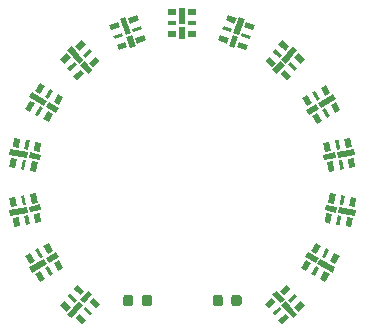
<source format=gbr>
%TF.GenerationSoftware,KiCad,Pcbnew,(5.1.6)-1*%
%TF.CreationDate,2021-02-02T19:23:23-08:00*%
%TF.ProjectId,DH_LEDRing,44485f4c-4544-4526-996e-672e6b696361,rev?*%
%TF.SameCoordinates,Original*%
%TF.FileFunction,Paste,Top*%
%TF.FilePolarity,Positive*%
%FSLAX46Y46*%
G04 Gerber Fmt 4.6, Leading zero omitted, Abs format (unit mm)*
G04 Created by KiCad (PCBNEW (5.1.6)-1) date 2021-02-02 19:23:23*
%MOMM*%
%LPD*%
G01*
G04 APERTURE LIST*
%ADD10C,0.100000*%
%ADD11R,0.800000X0.500000*%
%ADD12R,0.800000X0.300000*%
%ADD13R,0.500000X1.000000*%
%ADD14R,0.500000X1.480000*%
G04 APERTURE END LIST*
D10*
%TO.C,D5*%
G36*
X121496574Y-56492468D02*
G01*
X121929586Y-56742468D01*
X121529586Y-57435288D01*
X121096574Y-57185288D01*
X121496574Y-56492468D01*
G37*
G36*
X120803753Y-56092468D02*
G01*
X121063561Y-56242468D01*
X120663561Y-56935288D01*
X120403753Y-56785288D01*
X120803753Y-56092468D01*
G37*
G36*
X119937728Y-55592468D02*
G01*
X120370740Y-55842468D01*
X119970740Y-56535288D01*
X119537728Y-56285288D01*
X119937728Y-55592468D01*
G37*
G36*
X119953753Y-57564712D02*
G01*
X120213561Y-57714712D01*
X119813561Y-58407532D01*
X119553753Y-58257532D01*
X119953753Y-57564712D01*
G37*
G36*
X119087728Y-57064712D02*
G01*
X119520740Y-57314712D01*
X119120740Y-58007532D01*
X118687728Y-57757532D01*
X119087728Y-57064712D01*
G37*
G36*
X120646574Y-57964712D02*
G01*
X121079586Y-58214712D01*
X120679586Y-58907532D01*
X120246574Y-58657532D01*
X120646574Y-57964712D01*
G37*
G36*
X120469445Y-57631506D02*
G01*
X120719445Y-57198494D01*
X121585471Y-57698494D01*
X121335471Y-58131506D01*
X120469445Y-57631506D01*
G37*
G36*
X119031843Y-56801506D02*
G01*
X119281843Y-56368494D01*
X120563561Y-57108494D01*
X120313561Y-57541506D01*
X119031843Y-56801506D01*
G37*
%TD*%
%TO.C,D2*%
G36*
X120246574Y-69342468D02*
G01*
X120679586Y-69092468D01*
X121079586Y-69785288D01*
X120646574Y-70035288D01*
X120246574Y-69342468D01*
G37*
G36*
X119553753Y-69742468D02*
G01*
X119813561Y-69592468D01*
X120213561Y-70285288D01*
X119953753Y-70435288D01*
X119553753Y-69742468D01*
G37*
G36*
X118687728Y-70242468D02*
G01*
X119120740Y-69992468D01*
X119520740Y-70685288D01*
X119087728Y-70935288D01*
X118687728Y-70242468D01*
G37*
G36*
X120403753Y-71214712D02*
G01*
X120663561Y-71064712D01*
X121063561Y-71757532D01*
X120803753Y-71907532D01*
X120403753Y-71214712D01*
G37*
G36*
X119537728Y-71714712D02*
G01*
X119970740Y-71464712D01*
X120370740Y-72157532D01*
X119937728Y-72407532D01*
X119537728Y-71714712D01*
G37*
G36*
X121096574Y-70814712D02*
G01*
X121529586Y-70564712D01*
X121929586Y-71257532D01*
X121496574Y-71507532D01*
X121096574Y-70814712D01*
G37*
G36*
X120719445Y-70801506D02*
G01*
X120469445Y-70368494D01*
X121335471Y-69868494D01*
X121585471Y-70301506D01*
X120719445Y-70801506D01*
G37*
G36*
X119281843Y-71631506D02*
G01*
X119031843Y-71198494D01*
X120313561Y-70458494D01*
X120563561Y-70891506D01*
X119281843Y-71631506D01*
G37*
%TD*%
%TO.C,D15*%
G36*
X139302265Y-74647155D02*
G01*
X138980871Y-74264133D01*
X139593707Y-73749903D01*
X139915101Y-74132925D01*
X139302265Y-74647155D01*
G37*
G36*
X139816495Y-75259991D02*
G01*
X139623659Y-75030177D01*
X140236495Y-74515947D01*
X140429331Y-74745761D01*
X139816495Y-75259991D01*
G37*
G36*
X140459283Y-76026035D02*
G01*
X140137889Y-75643013D01*
X140750725Y-75128783D01*
X141072119Y-75511805D01*
X140459283Y-76026035D01*
G37*
G36*
X141118771Y-74167253D02*
G01*
X140925935Y-73937439D01*
X141538771Y-73423209D01*
X141731607Y-73653023D01*
X141118771Y-74167253D01*
G37*
G36*
X141761559Y-74933297D02*
G01*
X141440165Y-74550275D01*
X142053001Y-74036045D01*
X142374395Y-74419067D01*
X141761559Y-74933297D01*
G37*
G36*
X140604541Y-73554417D02*
G01*
X140283147Y-73171395D01*
X140895983Y-72657165D01*
X141217377Y-73040187D01*
X140604541Y-73554417D01*
G37*
G36*
X140657024Y-73928108D02*
G01*
X140274002Y-74249502D01*
X139631214Y-73483458D01*
X140014236Y-73162064D01*
X140657024Y-73928108D01*
G37*
G36*
X141724052Y-75199742D02*
G01*
X141341030Y-75521136D01*
X140389704Y-74387390D01*
X140772726Y-74065996D01*
X141724052Y-75199742D01*
G37*
%TD*%
%TO.C,D14*%
G36*
X142503426Y-71507532D02*
G01*
X142070414Y-71257532D01*
X142470414Y-70564712D01*
X142903426Y-70814712D01*
X142503426Y-71507532D01*
G37*
G36*
X143196247Y-71907532D02*
G01*
X142936439Y-71757532D01*
X143336439Y-71064712D01*
X143596247Y-71214712D01*
X143196247Y-71907532D01*
G37*
G36*
X144062272Y-72407532D02*
G01*
X143629260Y-72157532D01*
X144029260Y-71464712D01*
X144462272Y-71714712D01*
X144062272Y-72407532D01*
G37*
G36*
X144046247Y-70435288D02*
G01*
X143786439Y-70285288D01*
X144186439Y-69592468D01*
X144446247Y-69742468D01*
X144046247Y-70435288D01*
G37*
G36*
X144912272Y-70935288D02*
G01*
X144479260Y-70685288D01*
X144879260Y-69992468D01*
X145312272Y-70242468D01*
X144912272Y-70935288D01*
G37*
G36*
X143353426Y-70035288D02*
G01*
X142920414Y-69785288D01*
X143320414Y-69092468D01*
X143753426Y-69342468D01*
X143353426Y-70035288D01*
G37*
G36*
X143530555Y-70368494D02*
G01*
X143280555Y-70801506D01*
X142414529Y-70301506D01*
X142664529Y-69868494D01*
X143530555Y-70368494D01*
G37*
G36*
X144968157Y-71198494D02*
G01*
X144718157Y-71631506D01*
X143436439Y-70891506D01*
X143686439Y-70458494D01*
X144968157Y-71198494D01*
G37*
%TD*%
%TO.C,D13*%
G36*
X144536200Y-67479753D02*
G01*
X144043796Y-67392929D01*
X144182714Y-66605083D01*
X144675118Y-66691907D01*
X144536200Y-67479753D01*
G37*
G36*
X145324046Y-67618672D02*
G01*
X145028604Y-67566578D01*
X145167522Y-66778732D01*
X145462964Y-66830826D01*
X145324046Y-67618672D01*
G37*
G36*
X146308854Y-67792320D02*
G01*
X145816450Y-67705496D01*
X145955368Y-66917650D01*
X146447772Y-67004474D01*
X146308854Y-67792320D01*
G37*
G36*
X145619248Y-65944498D02*
G01*
X145323806Y-65892404D01*
X145462724Y-65104558D01*
X145758166Y-65156652D01*
X145619248Y-65944498D01*
G37*
G36*
X146604056Y-66118147D02*
G01*
X146111652Y-66031323D01*
X146250570Y-65243477D01*
X146742974Y-65330301D01*
X146604056Y-66118147D01*
G37*
G36*
X144831402Y-65805580D02*
G01*
X144338998Y-65718756D01*
X144477916Y-64930910D01*
X144970320Y-65017734D01*
X144831402Y-65805580D01*
G37*
G36*
X145111811Y-66058109D02*
G01*
X145024987Y-66550513D01*
X144040179Y-66376865D01*
X144127003Y-65884461D01*
X145111811Y-66058109D01*
G37*
G36*
X146746592Y-66346365D02*
G01*
X146659768Y-66838769D01*
X145202252Y-66581769D01*
X145289076Y-66089365D01*
X146746592Y-66346365D01*
G37*
%TD*%
%TO.C,D12*%
G36*
X144871840Y-62999631D02*
G01*
X144379436Y-63086455D01*
X144240518Y-62298609D01*
X144732922Y-62211785D01*
X144871840Y-62999631D01*
G37*
G36*
X145659686Y-62860713D02*
G01*
X145364244Y-62912807D01*
X145225326Y-62124961D01*
X145520768Y-62072867D01*
X145659686Y-62860713D01*
G37*
G36*
X146644494Y-62687064D02*
G01*
X146152090Y-62773888D01*
X146013172Y-61986042D01*
X146505576Y-61899218D01*
X146644494Y-62687064D01*
G37*
G36*
X145364484Y-61186539D02*
G01*
X145069042Y-61238633D01*
X144930124Y-60450787D01*
X145225566Y-60398693D01*
X145364484Y-61186539D01*
G37*
G36*
X146349292Y-61012891D02*
G01*
X145856888Y-61099715D01*
X145717970Y-60311869D01*
X146210374Y-60225045D01*
X146349292Y-61012891D01*
G37*
G36*
X144576638Y-61325458D02*
G01*
X144084234Y-61412282D01*
X143945316Y-60624436D01*
X144437720Y-60537612D01*
X144576638Y-61325458D01*
G37*
G36*
X144926507Y-61466852D02*
G01*
X145013331Y-61959256D01*
X144028523Y-62132904D01*
X143941699Y-61640500D01*
X144926507Y-61466852D01*
G37*
G36*
X146561288Y-61178596D02*
G01*
X146648112Y-61671000D01*
X145190596Y-61928000D01*
X145103772Y-61435596D01*
X146561288Y-61178596D01*
G37*
%TD*%
%TO.C,D11*%
G36*
X143828426Y-58787436D02*
G01*
X143395414Y-59037436D01*
X142995414Y-58344616D01*
X143428426Y-58094616D01*
X143828426Y-58787436D01*
G37*
G36*
X144521247Y-58387436D02*
G01*
X144261439Y-58537436D01*
X143861439Y-57844616D01*
X144121247Y-57694616D01*
X144521247Y-58387436D01*
G37*
G36*
X145387272Y-57887436D02*
G01*
X144954260Y-58137436D01*
X144554260Y-57444616D01*
X144987272Y-57194616D01*
X145387272Y-57887436D01*
G37*
G36*
X143671247Y-56915192D02*
G01*
X143411439Y-57065192D01*
X143011439Y-56372372D01*
X143271247Y-56222372D01*
X143671247Y-56915192D01*
G37*
G36*
X144537272Y-56415192D02*
G01*
X144104260Y-56665192D01*
X143704260Y-55972372D01*
X144137272Y-55722372D01*
X144537272Y-56415192D01*
G37*
G36*
X142978426Y-57315192D02*
G01*
X142545414Y-57565192D01*
X142145414Y-56872372D01*
X142578426Y-56622372D01*
X142978426Y-57315192D01*
G37*
G36*
X143355555Y-57328398D02*
G01*
X143605555Y-57761410D01*
X142739529Y-58261410D01*
X142489529Y-57828398D01*
X143355555Y-57328398D01*
G37*
G36*
X144793157Y-56498398D02*
G01*
X145043157Y-56931410D01*
X143761439Y-57671410D01*
X143511439Y-57238398D01*
X144793157Y-56498398D01*
G37*
%TD*%
%TO.C,D10*%
G36*
X141217377Y-54959813D02*
G01*
X140895983Y-55342835D01*
X140283147Y-54828605D01*
X140604541Y-54445583D01*
X141217377Y-54959813D01*
G37*
G36*
X141731607Y-54346977D02*
G01*
X141538771Y-54576791D01*
X140925935Y-54062561D01*
X141118771Y-53832747D01*
X141731607Y-54346977D01*
G37*
G36*
X142374395Y-53580933D02*
G01*
X142053001Y-53963955D01*
X141440165Y-53449725D01*
X141761559Y-53066703D01*
X142374395Y-53580933D01*
G37*
G36*
X140429331Y-53254239D02*
G01*
X140236495Y-53484053D01*
X139623659Y-52969823D01*
X139816495Y-52740009D01*
X140429331Y-53254239D01*
G37*
G36*
X141072119Y-52488195D02*
G01*
X140750725Y-52871217D01*
X140137889Y-52356987D01*
X140459283Y-51973965D01*
X141072119Y-52488195D01*
G37*
G36*
X139915101Y-53867075D02*
G01*
X139593707Y-54250097D01*
X138980871Y-53735867D01*
X139302265Y-53352845D01*
X139915101Y-53867075D01*
G37*
G36*
X140274002Y-53750498D02*
G01*
X140657024Y-54071892D01*
X140014236Y-54837936D01*
X139631214Y-54516542D01*
X140274002Y-53750498D01*
G37*
G36*
X141341030Y-52478864D02*
G01*
X141724052Y-52800258D01*
X140772726Y-53934004D01*
X140389704Y-53612610D01*
X141341030Y-52478864D01*
G37*
%TD*%
%TO.C,D9*%
G36*
X137569575Y-52352475D02*
G01*
X137398565Y-52822321D01*
X136646811Y-52548705D01*
X136817821Y-52078859D01*
X137569575Y-52352475D01*
G37*
G36*
X137843191Y-51600721D02*
G01*
X137740585Y-51882629D01*
X136988831Y-51609013D01*
X137091437Y-51327105D01*
X137843191Y-51600721D01*
G37*
G36*
X138185211Y-50661029D02*
G01*
X138014201Y-51130875D01*
X137262447Y-50857259D01*
X137433457Y-50387413D01*
X138185211Y-50661029D01*
G37*
G36*
X136245713Y-51019287D02*
G01*
X136143107Y-51301195D01*
X135391353Y-51027579D01*
X135493959Y-50745671D01*
X136245713Y-51019287D01*
G37*
G36*
X136587733Y-50079595D02*
G01*
X136416723Y-50549441D01*
X135664969Y-50275825D01*
X135835979Y-49805979D01*
X136587733Y-50079595D01*
G37*
G36*
X135972097Y-51771041D02*
G01*
X135801087Y-52240887D01*
X135049333Y-51967271D01*
X135220343Y-51497425D01*
X135972097Y-51771041D01*
G37*
G36*
X136269482Y-51538744D02*
G01*
X136739328Y-51709754D01*
X136397308Y-52649446D01*
X135927462Y-52478436D01*
X136269482Y-51538744D01*
G37*
G36*
X136837236Y-49978853D02*
G01*
X137307082Y-50149863D01*
X136800892Y-51540609D01*
X136331046Y-51369599D01*
X136837236Y-49978853D01*
G37*
%TD*%
D11*
%TO.C,D8*%
X132850000Y-51400000D03*
D12*
X132850000Y-50500000D03*
D11*
X132850000Y-49600000D03*
D12*
X131150000Y-50500000D03*
D11*
X131150000Y-49600000D03*
X131150000Y-51400000D03*
D13*
X132000000Y-51330000D03*
D14*
X132000000Y-49910000D03*
%TD*%
D10*
%TO.C,D7*%
G36*
X128779657Y-51497425D02*
G01*
X128950667Y-51967271D01*
X128198913Y-52240887D01*
X128027903Y-51771041D01*
X128779657Y-51497425D01*
G37*
G36*
X128506041Y-50745671D02*
G01*
X128608647Y-51027579D01*
X127856893Y-51301195D01*
X127754287Y-51019287D01*
X128506041Y-50745671D01*
G37*
G36*
X128164021Y-49805979D02*
G01*
X128335031Y-50275825D01*
X127583277Y-50549441D01*
X127412267Y-50079595D01*
X128164021Y-49805979D01*
G37*
G36*
X126908563Y-51327105D02*
G01*
X127011169Y-51609013D01*
X126259415Y-51882629D01*
X126156809Y-51600721D01*
X126908563Y-51327105D01*
G37*
G36*
X126566543Y-50387413D02*
G01*
X126737553Y-50857259D01*
X125985799Y-51130875D01*
X125814789Y-50661029D01*
X126566543Y-50387413D01*
G37*
G36*
X127182179Y-52078859D02*
G01*
X127353189Y-52548705D01*
X126601435Y-52822321D01*
X126430425Y-52352475D01*
X127182179Y-52078859D01*
G37*
G36*
X127260672Y-51709754D02*
G01*
X127730518Y-51538744D01*
X128072538Y-52478436D01*
X127602692Y-52649446D01*
X127260672Y-51709754D01*
G37*
G36*
X126692918Y-50149863D02*
G01*
X127162764Y-49978853D01*
X127668954Y-51369599D01*
X127199108Y-51540609D01*
X126692918Y-50149863D01*
G37*
%TD*%
%TO.C,D6*%
G36*
X124697735Y-53352845D02*
G01*
X125019129Y-53735867D01*
X124406293Y-54250097D01*
X124084899Y-53867075D01*
X124697735Y-53352845D01*
G37*
G36*
X124183505Y-52740009D02*
G01*
X124376341Y-52969823D01*
X123763505Y-53484053D01*
X123570669Y-53254239D01*
X124183505Y-52740009D01*
G37*
G36*
X123540717Y-51973965D02*
G01*
X123862111Y-52356987D01*
X123249275Y-52871217D01*
X122927881Y-52488195D01*
X123540717Y-51973965D01*
G37*
G36*
X122881229Y-53832747D02*
G01*
X123074065Y-54062561D01*
X122461229Y-54576791D01*
X122268393Y-54346977D01*
X122881229Y-53832747D01*
G37*
G36*
X122238441Y-53066703D02*
G01*
X122559835Y-53449725D01*
X121946999Y-53963955D01*
X121625605Y-53580933D01*
X122238441Y-53066703D01*
G37*
G36*
X123395459Y-54445583D02*
G01*
X123716853Y-54828605D01*
X123104017Y-55342835D01*
X122782623Y-54959813D01*
X123395459Y-54445583D01*
G37*
G36*
X123342976Y-54071892D02*
G01*
X123725998Y-53750498D01*
X124368786Y-54516542D01*
X123985764Y-54837936D01*
X123342976Y-54071892D01*
G37*
G36*
X122275948Y-52800258D02*
G01*
X122658970Y-52478864D01*
X123610296Y-53612610D01*
X123227274Y-53934004D01*
X122275948Y-52800258D01*
G37*
%TD*%
%TO.C,D4*%
G36*
X119562280Y-60537612D02*
G01*
X120054684Y-60624436D01*
X119915766Y-61412282D01*
X119423362Y-61325458D01*
X119562280Y-60537612D01*
G37*
G36*
X118774434Y-60398693D02*
G01*
X119069876Y-60450787D01*
X118930958Y-61238633D01*
X118635516Y-61186539D01*
X118774434Y-60398693D01*
G37*
G36*
X117789626Y-60225045D02*
G01*
X118282030Y-60311869D01*
X118143112Y-61099715D01*
X117650708Y-61012891D01*
X117789626Y-60225045D01*
G37*
G36*
X118479232Y-62072867D02*
G01*
X118774674Y-62124961D01*
X118635756Y-62912807D01*
X118340314Y-62860713D01*
X118479232Y-62072867D01*
G37*
G36*
X117494424Y-61899218D02*
G01*
X117986828Y-61986042D01*
X117847910Y-62773888D01*
X117355506Y-62687064D01*
X117494424Y-61899218D01*
G37*
G36*
X119267078Y-62211785D02*
G01*
X119759482Y-62298609D01*
X119620564Y-63086455D01*
X119128160Y-62999631D01*
X119267078Y-62211785D01*
G37*
G36*
X118986669Y-61959256D02*
G01*
X119073493Y-61466852D01*
X120058301Y-61640500D01*
X119971477Y-62132904D01*
X118986669Y-61959256D01*
G37*
G36*
X117351888Y-61671000D02*
G01*
X117438712Y-61178596D01*
X118896228Y-61435596D01*
X118809404Y-61928000D01*
X117351888Y-61671000D01*
G37*
%TD*%
%TO.C,D3*%
G36*
X119128160Y-65000369D02*
G01*
X119620564Y-64913545D01*
X119759482Y-65701391D01*
X119267078Y-65788215D01*
X119128160Y-65000369D01*
G37*
G36*
X118340314Y-65139287D02*
G01*
X118635756Y-65087193D01*
X118774674Y-65875039D01*
X118479232Y-65927133D01*
X118340314Y-65139287D01*
G37*
G36*
X117355506Y-65312936D02*
G01*
X117847910Y-65226112D01*
X117986828Y-66013958D01*
X117494424Y-66100782D01*
X117355506Y-65312936D01*
G37*
G36*
X118635516Y-66813461D02*
G01*
X118930958Y-66761367D01*
X119069876Y-67549213D01*
X118774434Y-67601307D01*
X118635516Y-66813461D01*
G37*
G36*
X117650708Y-66987109D02*
G01*
X118143112Y-66900285D01*
X118282030Y-67688131D01*
X117789626Y-67774955D01*
X117650708Y-66987109D01*
G37*
G36*
X119423362Y-66674542D02*
G01*
X119915766Y-66587718D01*
X120054684Y-67375564D01*
X119562280Y-67462388D01*
X119423362Y-66674542D01*
G37*
G36*
X119073493Y-66533148D02*
G01*
X118986669Y-66040744D01*
X119971477Y-65867096D01*
X120058301Y-66359500D01*
X119073493Y-66533148D01*
G37*
G36*
X117438712Y-66821404D02*
G01*
X117351888Y-66329000D01*
X118809404Y-66072000D01*
X118896228Y-66564404D01*
X117438712Y-66821404D01*
G37*
%TD*%
%TO.C,D1*%
G36*
X122782623Y-73040187D02*
G01*
X123104017Y-72657165D01*
X123716853Y-73171395D01*
X123395459Y-73554417D01*
X122782623Y-73040187D01*
G37*
G36*
X122268393Y-73653023D02*
G01*
X122461229Y-73423209D01*
X123074065Y-73937439D01*
X122881229Y-74167253D01*
X122268393Y-73653023D01*
G37*
G36*
X121625605Y-74419067D02*
G01*
X121946999Y-74036045D01*
X122559835Y-74550275D01*
X122238441Y-74933297D01*
X121625605Y-74419067D01*
G37*
G36*
X123570669Y-74745761D02*
G01*
X123763505Y-74515947D01*
X124376341Y-75030177D01*
X124183505Y-75259991D01*
X123570669Y-74745761D01*
G37*
G36*
X122927881Y-75511805D02*
G01*
X123249275Y-75128783D01*
X123862111Y-75643013D01*
X123540717Y-76026035D01*
X122927881Y-75511805D01*
G37*
G36*
X124084899Y-74132925D02*
G01*
X124406293Y-73749903D01*
X125019129Y-74264133D01*
X124697735Y-74647155D01*
X124084899Y-74132925D01*
G37*
G36*
X123725998Y-74249502D02*
G01*
X123342976Y-73928108D01*
X123985764Y-73162064D01*
X124368786Y-73483458D01*
X123725998Y-74249502D01*
G37*
G36*
X122658970Y-75521136D02*
G01*
X122275948Y-75199742D01*
X123227274Y-74065996D01*
X123610296Y-74387390D01*
X122658970Y-75521136D01*
G37*
%TD*%
%TO.C,C2*%
G36*
G01*
X137012500Y-73743750D02*
X137012500Y-74256250D01*
G75*
G02*
X136793750Y-74475000I-218750J0D01*
G01*
X136356250Y-74475000D01*
G75*
G02*
X136137500Y-74256250I0J218750D01*
G01*
X136137500Y-73743750D01*
G75*
G02*
X136356250Y-73525000I218750J0D01*
G01*
X136793750Y-73525000D01*
G75*
G02*
X137012500Y-73743750I0J-218750D01*
G01*
G37*
G36*
G01*
X135437500Y-73743750D02*
X135437500Y-74256250D01*
G75*
G02*
X135218750Y-74475000I-218750J0D01*
G01*
X134781250Y-74475000D01*
G75*
G02*
X134562500Y-74256250I0J218750D01*
G01*
X134562500Y-73743750D01*
G75*
G02*
X134781250Y-73525000I218750J0D01*
G01*
X135218750Y-73525000D01*
G75*
G02*
X135437500Y-73743750I0J-218750D01*
G01*
G37*
%TD*%
%TO.C,C1*%
G36*
G01*
X126987500Y-74256250D02*
X126987500Y-73743750D01*
G75*
G02*
X127206250Y-73525000I218750J0D01*
G01*
X127643750Y-73525000D01*
G75*
G02*
X127862500Y-73743750I0J-218750D01*
G01*
X127862500Y-74256250D01*
G75*
G02*
X127643750Y-74475000I-218750J0D01*
G01*
X127206250Y-74475000D01*
G75*
G02*
X126987500Y-74256250I0J218750D01*
G01*
G37*
G36*
G01*
X128562500Y-74256250D02*
X128562500Y-73743750D01*
G75*
G02*
X128781250Y-73525000I218750J0D01*
G01*
X129218750Y-73525000D01*
G75*
G02*
X129437500Y-73743750I0J-218750D01*
G01*
X129437500Y-74256250D01*
G75*
G02*
X129218750Y-74475000I-218750J0D01*
G01*
X128781250Y-74475000D01*
G75*
G02*
X128562500Y-74256250I0J218750D01*
G01*
G37*
%TD*%
M02*

</source>
